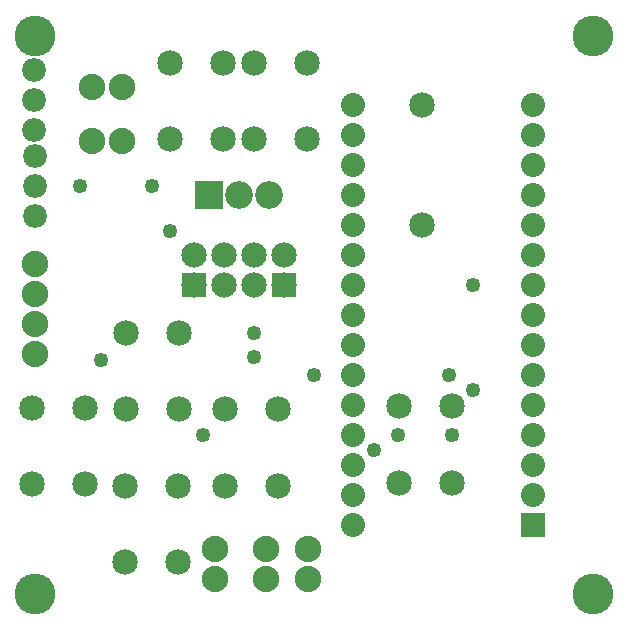
<source format=gbs>
G04 MADE WITH FRITZING*
G04 WWW.FRITZING.ORG*
G04 DOUBLE SIDED*
G04 HOLES PLATED*
G04 CONTOUR ON CENTER OF CONTOUR VECTOR*
%ASAXBY*%
%FSLAX23Y23*%
%MOIN*%
%OFA0B0*%
%SFA1.0B1.0*%
%ADD10C,0.085000*%
%ADD11C,0.049370*%
%ADD12C,0.088000*%
%ADD13C,0.092000*%
%ADD14C,0.079444*%
%ADD15C,0.084472*%
%ADD16C,0.135984*%
%ADD17C,0.080000*%
%ADD18R,0.092000X0.092000*%
%ADD19R,0.084472X0.084108*%
%ADD20R,0.079972X0.080000*%
%LNMASK0*%
G90*
G70*
G54D10*
X1487Y469D03*
X1487Y725D03*
X1310Y469D03*
X1310Y725D03*
X1487Y469D03*
X1487Y725D03*
X1310Y469D03*
X1310Y725D03*
G54D11*
X1477Y829D03*
G54D12*
X697Y249D03*
X697Y149D03*
X867Y249D03*
X867Y149D03*
X1007Y249D03*
X1007Y149D03*
G54D10*
X907Y459D03*
X907Y715D03*
X730Y459D03*
X730Y715D03*
X907Y459D03*
X907Y715D03*
X730Y459D03*
X730Y715D03*
X400Y969D03*
X400Y713D03*
X577Y969D03*
X577Y713D03*
X400Y969D03*
X400Y713D03*
X577Y969D03*
X577Y713D03*
X397Y459D03*
X397Y203D03*
X574Y459D03*
X574Y203D03*
X397Y459D03*
X397Y203D03*
X574Y459D03*
X574Y203D03*
X87Y719D03*
X87Y463D03*
X264Y719D03*
X264Y463D03*
X87Y719D03*
X87Y463D03*
X264Y719D03*
X264Y463D03*
G54D13*
X677Y1429D03*
X777Y1429D03*
X877Y1429D03*
G54D14*
X97Y1559D03*
X97Y1459D03*
X97Y1359D03*
X94Y1846D03*
X94Y1746D03*
X94Y1646D03*
G54D10*
X1387Y1729D03*
X1387Y1329D03*
X724Y1613D03*
X724Y1869D03*
X547Y1613D03*
X547Y1869D03*
X724Y1613D03*
X724Y1869D03*
X547Y1613D03*
X547Y1869D03*
X1004Y1613D03*
X1004Y1869D03*
X827Y1613D03*
X827Y1869D03*
X1004Y1613D03*
X1004Y1869D03*
X827Y1613D03*
X827Y1869D03*
G54D15*
X927Y1129D03*
X927Y1229D03*
X827Y1129D03*
X827Y1229D03*
X726Y1129D03*
X726Y1229D03*
X626Y1129D03*
X626Y1229D03*
G54D12*
X287Y1609D03*
X387Y1609D03*
X287Y1789D03*
X387Y1789D03*
X97Y899D03*
X97Y999D03*
X97Y1099D03*
X97Y1199D03*
G54D11*
X547Y1309D03*
X1027Y829D03*
X1227Y579D03*
X1557Y779D03*
X1557Y1129D03*
X487Y1459D03*
X247Y1459D03*
X657Y629D03*
G54D16*
X1957Y99D03*
X1957Y1959D03*
X97Y1959D03*
X97Y99D03*
G54D11*
X827Y889D03*
X1307Y629D03*
X1487Y629D03*
X827Y969D03*
X316Y879D03*
G54D17*
X1757Y329D03*
X1757Y429D03*
X1757Y529D03*
X1757Y629D03*
X1757Y729D03*
X1757Y829D03*
X1757Y929D03*
X1757Y1029D03*
X1757Y1129D03*
X1757Y1229D03*
X1757Y1329D03*
X1757Y1429D03*
X1757Y1529D03*
X1757Y1629D03*
X1757Y1729D03*
X1157Y329D03*
X1157Y429D03*
X1157Y529D03*
X1157Y629D03*
X1157Y729D03*
X1157Y829D03*
X1157Y929D03*
X1157Y1029D03*
X1157Y1129D03*
X1157Y1229D03*
X1157Y1329D03*
X1157Y1429D03*
X1157Y1529D03*
X1157Y1629D03*
X1157Y1729D03*
G54D18*
X677Y1429D03*
G54D19*
X927Y1129D03*
X626Y1129D03*
G54D20*
X1757Y329D03*
G04 End of Mask0*
M02*
</source>
